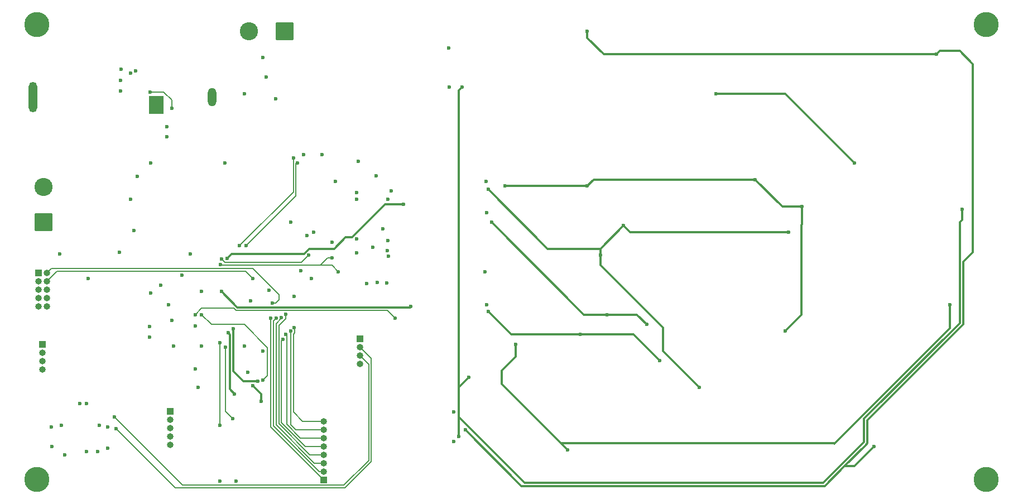
<source format=gbl>
G04 #@! TF.GenerationSoftware,KiCad,Pcbnew,8.0.2-8.0.2-0~ubuntu22.04.1*
G04 #@! TF.CreationDate,2024-05-15T13:26:14-04:00*
G04 #@! TF.ProjectId,holiday-widget,686f6c69-6461-4792-9d77-69646765742e,1.0*
G04 #@! TF.SameCoordinates,Original*
G04 #@! TF.FileFunction,Copper,L4,Bot*
G04 #@! TF.FilePolarity,Positive*
%FSLAX46Y46*%
G04 Gerber Fmt 4.6, Leading zero omitted, Abs format (unit mm)*
G04 Created by KiCad (PCBNEW 8.0.2-8.0.2-0~ubuntu22.04.1) date 2024-05-15 13:26:14*
%MOMM*%
%LPD*%
G01*
G04 APERTURE LIST*
G04 Aperture macros list*
%AMRoundRect*
0 Rectangle with rounded corners*
0 $1 Rounding radius*
0 $2 $3 $4 $5 $6 $7 $8 $9 X,Y pos of 4 corners*
0 Add a 4 corners polygon primitive as box body*
4,1,4,$2,$3,$4,$5,$6,$7,$8,$9,$2,$3,0*
0 Add four circle primitives for the rounded corners*
1,1,$1+$1,$2,$3*
1,1,$1+$1,$4,$5*
1,1,$1+$1,$6,$7*
1,1,$1+$1,$8,$9*
0 Add four rect primitives between the rounded corners*
20,1,$1+$1,$2,$3,$4,$5,0*
20,1,$1+$1,$4,$5,$6,$7,0*
20,1,$1+$1,$6,$7,$8,$9,0*
20,1,$1+$1,$8,$9,$2,$3,0*%
G04 Aperture macros list end*
G04 #@! TA.AperFunction,ComponentPad*
%ADD10C,0.600000*%
G04 #@! TD*
G04 #@! TA.AperFunction,SMDPad,CuDef*
%ADD11R,2.300000X2.800000*%
G04 #@! TD*
G04 #@! TA.AperFunction,ComponentPad*
%ADD12R,1.000000X1.000000*%
G04 #@! TD*
G04 #@! TA.AperFunction,ComponentPad*
%ADD13O,1.000000X1.000000*%
G04 #@! TD*
G04 #@! TA.AperFunction,ComponentPad*
%ADD14RoundRect,0.250000X1.125000X1.125000X-1.125000X1.125000X-1.125000X-1.125000X1.125000X-1.125000X0*%
G04 #@! TD*
G04 #@! TA.AperFunction,ComponentPad*
%ADD15C,2.750000*%
G04 #@! TD*
G04 #@! TA.AperFunction,ComponentPad*
%ADD16RoundRect,0.250000X1.125000X-1.125000X1.125000X1.125000X-1.125000X1.125000X-1.125000X-1.125000X0*%
G04 #@! TD*
G04 #@! TA.AperFunction,ComponentPad*
%ADD17C,2.600000*%
G04 #@! TD*
G04 #@! TA.AperFunction,ConnectorPad*
%ADD18C,3.800000*%
G04 #@! TD*
G04 #@! TA.AperFunction,ComponentPad*
%ADD19O,1.300000X4.600000*%
G04 #@! TD*
G04 #@! TA.AperFunction,ComponentPad*
%ADD20O,1.300000X2.800000*%
G04 #@! TD*
G04 #@! TA.AperFunction,ViaPad*
%ADD21C,0.600000*%
G04 #@! TD*
G04 #@! TA.AperFunction,Conductor*
%ADD22C,0.200000*%
G04 #@! TD*
G04 #@! TA.AperFunction,Conductor*
%ADD23C,0.300000*%
G04 #@! TD*
G04 APERTURE END LIST*
D10*
X134606196Y-85919048D03*
X134606196Y-87419048D03*
X135106196Y-86669048D03*
D11*
X135106196Y-86669048D03*
D10*
X135606196Y-85919048D03*
X135606196Y-87419048D03*
D12*
X160500000Y-143560000D03*
D13*
X160500000Y-142290000D03*
X160500000Y-141020000D03*
X160500000Y-139750000D03*
X160500000Y-138480000D03*
X160500000Y-137210000D03*
X160500000Y-135940000D03*
X160500000Y-134670000D03*
D14*
X154607267Y-75475364D03*
D15*
X149207267Y-75475364D03*
D16*
X118000000Y-104500000D03*
D15*
X118000000Y-99100000D03*
D12*
X117875360Y-123032355D03*
D13*
X117875360Y-124302355D03*
X117875360Y-125572355D03*
X117875360Y-126842355D03*
D12*
X137250000Y-133190000D03*
D13*
X137250000Y-134460000D03*
X137250000Y-135730000D03*
X137250000Y-137000000D03*
X137250000Y-138270000D03*
D17*
X261000000Y-143500000D03*
D18*
X261000000Y-143500000D03*
D17*
X261000000Y-74500000D03*
D18*
X261000000Y-74500000D03*
D17*
X117000000Y-74500000D03*
D18*
X117000000Y-74500000D03*
D17*
X117000000Y-143500000D03*
D18*
X117000000Y-143500000D03*
D12*
X166000000Y-122140000D03*
D13*
X166000000Y-123410000D03*
X166000000Y-124680000D03*
X166000000Y-125950000D03*
D12*
X117230000Y-112190000D03*
D13*
X118500000Y-112190000D03*
X117230000Y-113460000D03*
X118500000Y-113460000D03*
X117230000Y-114730000D03*
X118500000Y-114730000D03*
X117230000Y-116000000D03*
X118500000Y-116000000D03*
X117230000Y-117270000D03*
X118500000Y-117270000D03*
D19*
X116400000Y-85500000D03*
D20*
X143600000Y-85500000D03*
D21*
X127750000Y-138750000D03*
X170065383Y-113733543D03*
X162250000Y-98250000D03*
X131242619Y-81894512D03*
X168611138Y-113624201D03*
X157500000Y-94250000D03*
X179494869Y-78049540D03*
X132000000Y-81500000D03*
X149000000Y-127250000D03*
X124500000Y-132000000D03*
X151250000Y-79500000D03*
X145500000Y-95500000D03*
X165750000Y-95250000D03*
X156000000Y-115750000D03*
X131750000Y-105750000D03*
X170250000Y-101000000D03*
X153250000Y-85750000D03*
X160250000Y-94250000D03*
X161750000Y-107500000D03*
X170200735Y-108799265D03*
X141500000Y-129500000D03*
X135750000Y-114000000D03*
X121250000Y-139750000D03*
X123500000Y-132000000D03*
X165488947Y-109154990D03*
X147250000Y-143750000D03*
X134250000Y-95500000D03*
X170250000Y-107250000D03*
X119250000Y-138500000D03*
X142000000Y-115000000D03*
X134081833Y-121935666D03*
X185127705Y-98303717D03*
X158000000Y-106500000D03*
X185000000Y-112000000D03*
X180250000Y-137750000D03*
X144750000Y-143750000D03*
X179585987Y-84008664D03*
X134075651Y-120325651D03*
X136750000Y-91500000D03*
X141000000Y-120250000D03*
X142000000Y-123250000D03*
X136750000Y-90000000D03*
X140250000Y-109250000D03*
X149431390Y-116431390D03*
X148500000Y-85000000D03*
X124750000Y-113000000D03*
X180250000Y-133250000D03*
X167000000Y-113750000D03*
X165500000Y-100000000D03*
X185250000Y-103000000D03*
X148500000Y-123250000D03*
X185250000Y-117000000D03*
X134250000Y-115250000D03*
X155500000Y-104500000D03*
X170750000Y-99750000D03*
X126250000Y-139250000D03*
X127750000Y-135500000D03*
X165500000Y-101000000D03*
X158617303Y-113022822D03*
X120500000Y-109250000D03*
X131250000Y-101000000D03*
X151811057Y-82462022D03*
X139000000Y-112500000D03*
X119192904Y-135557096D03*
X137000000Y-116988726D03*
X129717052Y-82961650D03*
X137750000Y-123250000D03*
X151250000Y-124000000D03*
X168000000Y-108250000D03*
X124500000Y-139250000D03*
X137500000Y-119388726D03*
X129500000Y-109000000D03*
X129750000Y-81250000D03*
X129709606Y-84562535D03*
X170352160Y-109645419D03*
X126500000Y-135250000D03*
X141000000Y-126750000D03*
X152200735Y-114799265D03*
X168500000Y-97425000D03*
X169500000Y-105500000D03*
X132250000Y-97500000D03*
X159000000Y-106000000D03*
X157009980Y-111798194D03*
X165500000Y-107000000D03*
X120750000Y-135250000D03*
X137450000Y-87169048D03*
X134216650Y-84747706D03*
X129000000Y-135750000D03*
X161750000Y-109900000D03*
X144875017Y-110875017D03*
X162750000Y-112000000D03*
X154750000Y-121500000D03*
X154747804Y-118450000D03*
X155500000Y-121000000D03*
X153303107Y-118993304D03*
X154300000Y-122250000D03*
X154099644Y-118918922D03*
X152500000Y-119038726D03*
X156065687Y-120434313D03*
X182000000Y-136000000D03*
X200500000Y-75500000D03*
X253500000Y-79000000D03*
X244000000Y-138500000D03*
X255500000Y-117000000D03*
X189625000Y-123000000D03*
X197500000Y-139000000D03*
X181500000Y-84000000D03*
X182500000Y-128000000D03*
X257400000Y-102500000D03*
X181000000Y-137000000D03*
X206000000Y-105000000D03*
X231000000Y-106000000D03*
X185500000Y-99500000D03*
X202500000Y-109500000D03*
X217500000Y-129500000D03*
X220000000Y-85000000D03*
X199500000Y-121500000D03*
X241000000Y-95500000D03*
X211500000Y-125500000D03*
X185500000Y-118000000D03*
X200500000Y-99000000D03*
X226000000Y-98000000D03*
X230500000Y-121000000D03*
X188000000Y-99000000D03*
X233090901Y-102090901D03*
X186000000Y-104500000D03*
X209500000Y-120000000D03*
X203500000Y-118500000D03*
X152750000Y-116750000D03*
X149750000Y-113000000D03*
X150500000Y-128600000D03*
X146801472Y-120600000D03*
X146000000Y-121250000D03*
X147000000Y-130500000D03*
X149750000Y-129250000D03*
X151000000Y-131650000D03*
X172650000Y-101750000D03*
X145825603Y-109990467D03*
X145000000Y-115000000D03*
X173750000Y-117250000D03*
X158250000Y-109500000D03*
X145031885Y-110090545D03*
X128750000Y-134000000D03*
X145651472Y-123447055D03*
X146750000Y-134250000D03*
X144750000Y-122750000D03*
X144750000Y-135250000D03*
X156500000Y-95500000D03*
X148750000Y-108000000D03*
X147750000Y-108000000D03*
X155900000Y-94750000D03*
X151288482Y-128464717D03*
X142000000Y-118500000D03*
X171350000Y-119000000D03*
X141000000Y-118500000D03*
D22*
X137450000Y-87169048D02*
X137450000Y-85950000D01*
X136250000Y-84750000D02*
X134218944Y-84750000D01*
X137450000Y-85950000D02*
X136250000Y-84750000D01*
X134218944Y-84750000D02*
X134216650Y-84747706D01*
X166000000Y-123410000D02*
X167750000Y-125160000D01*
X160000000Y-111000000D02*
X161750000Y-111000000D01*
X161100000Y-109900000D02*
X160000000Y-111000000D01*
X167750000Y-140750000D02*
X163740000Y-144760000D01*
X163740000Y-144760000D02*
X138010000Y-144760000D01*
X167750000Y-125160000D02*
X167750000Y-140750000D01*
X138010000Y-144760000D02*
X129000000Y-135750000D01*
X160000000Y-111000000D02*
X145000000Y-111000000D01*
X161750000Y-109900000D02*
X161100000Y-109900000D01*
X145000000Y-111000000D02*
X144875017Y-110875017D01*
X161750000Y-111000000D02*
X162750000Y-112000000D01*
X156978430Y-137210000D02*
X160500000Y-137210000D01*
X154900000Y-121650000D02*
X154900000Y-135131570D01*
X154750000Y-121500000D02*
X154900000Y-121650000D01*
X154900000Y-135131570D02*
X156978430Y-137210000D01*
X153700000Y-135062942D02*
X158387058Y-139750000D01*
X154747804Y-118450000D02*
X154747804Y-119119291D01*
X154747804Y-119119291D02*
X153700000Y-120167095D01*
X153700000Y-120167095D02*
X153700000Y-135062942D01*
X158387058Y-139750000D02*
X160500000Y-139750000D01*
X155500000Y-121000000D02*
X155500000Y-135165884D01*
X155500000Y-135165884D02*
X156274116Y-135940000D01*
X156274116Y-135940000D02*
X160500000Y-135940000D01*
X153100000Y-119196411D02*
X153100000Y-119287255D01*
X152900000Y-135394314D02*
X159795686Y-142290000D01*
X152900000Y-119487255D02*
X152900000Y-135394314D01*
X153303107Y-118993304D02*
X153100000Y-119196411D01*
X153100000Y-119287255D02*
X152900000Y-119487255D01*
X159795686Y-142290000D02*
X160500000Y-142290000D01*
X154100000Y-134897256D02*
X157682744Y-138480000D01*
X154100000Y-122450000D02*
X154100000Y-134897256D01*
X157682744Y-138480000D02*
X160500000Y-138480000D01*
X154300000Y-122250000D02*
X154100000Y-122450000D01*
X159091372Y-141020000D02*
X160500000Y-141020000D01*
X153300000Y-135228628D02*
X159091372Y-141020000D01*
X153300000Y-119844940D02*
X153300000Y-135228628D01*
X154099644Y-119045296D02*
X153300000Y-119844940D01*
X154099644Y-118918922D02*
X154099644Y-119045296D01*
X152500000Y-119038726D02*
X152500000Y-135560000D01*
X152500000Y-135560000D02*
X160500000Y-143560000D01*
X155900000Y-121448529D02*
X155900000Y-133250000D01*
X156065687Y-120434313D02*
X156100000Y-120468626D01*
X155900000Y-133250000D02*
X157320000Y-134670000D01*
X156100000Y-120468626D02*
X156100000Y-121248529D01*
X156100000Y-121248529D02*
X155900000Y-121448529D01*
X157320000Y-134670000D02*
X160500000Y-134670000D01*
D23*
X241000000Y-141500000D02*
X244000000Y-138500000D01*
X239500000Y-141500000D02*
X241000000Y-141500000D01*
X239500000Y-141500000D02*
X242707106Y-138292894D01*
X253500000Y-79000000D02*
X203000000Y-79000000D01*
X236500000Y-144500000D02*
X239500000Y-141500000D01*
X190500000Y-144500000D02*
X236500000Y-144500000D01*
X242707106Y-138292894D02*
X242707107Y-138292894D01*
X242707107Y-138292894D02*
X243000000Y-138000001D01*
X259000000Y-109000000D02*
X259000000Y-80500000D01*
X203000000Y-79000000D02*
X200500000Y-76500000D01*
X243000000Y-134500000D02*
X257500000Y-120000000D01*
X182000000Y-136000000D02*
X190500000Y-144500000D01*
X200500000Y-76500000D02*
X200500000Y-75500000D01*
X257500000Y-110500000D02*
X259000000Y-109000000D01*
X259000000Y-80500000D02*
X257000000Y-78500000D01*
X254000000Y-78500000D02*
X253500000Y-79000000D01*
X257500000Y-120000000D02*
X257500000Y-110500000D01*
X243000000Y-138000001D02*
X243000000Y-134500000D01*
X257000000Y-78500000D02*
X254000000Y-78500000D01*
X187500000Y-127000000D02*
X187500000Y-129000000D01*
X196500000Y-138000000D02*
X237914213Y-138000000D01*
X189625000Y-124875000D02*
X187500000Y-127000000D01*
X237914213Y-138000000D02*
X238000000Y-138085787D01*
X255500000Y-120585787D02*
X255500000Y-117000000D01*
X187500000Y-129000000D02*
X197500000Y-139000000D01*
X189625000Y-123000000D02*
X189625000Y-124875000D01*
X238000000Y-138085787D02*
X255500000Y-120585787D01*
X181000000Y-134000000D02*
X181000000Y-128500000D01*
X257400000Y-104100000D02*
X257000000Y-104500000D01*
X181000000Y-137000000D02*
X181000000Y-128500000D01*
X181000000Y-128500000D02*
X181000000Y-84500000D01*
X242500000Y-134292893D02*
X242500000Y-137792894D01*
X191000000Y-144000000D02*
X181000000Y-134000000D01*
X181000000Y-84500000D02*
X181500000Y-84000000D01*
X257400000Y-102500000D02*
X257400000Y-104100000D01*
X236292894Y-144000000D02*
X191000000Y-144000000D01*
X181000000Y-137000000D02*
X181000000Y-129500000D01*
X257000000Y-119792893D02*
X242500000Y-134292893D01*
X242500000Y-137792894D02*
X236292894Y-144000000D01*
X181000000Y-129500000D02*
X182500000Y-128000000D01*
X257000000Y-104500000D02*
X257000000Y-119792893D01*
X212000000Y-124000000D02*
X212000000Y-120500000D01*
X202500000Y-111000000D02*
X202500000Y-109500000D01*
X206000000Y-105000000D02*
X207000000Y-106000000D01*
X217500000Y-129500000D02*
X212000000Y-124000000D01*
X202500000Y-109500000D02*
X202500000Y-108500000D01*
X212000000Y-120500000D02*
X202500000Y-111000000D01*
X207000000Y-106000000D02*
X231000000Y-106000000D01*
X194500000Y-108500000D02*
X202500000Y-108500000D01*
X185500000Y-99500000D02*
X194500000Y-108500000D01*
X202500000Y-108500000D02*
X206000000Y-105000000D01*
X207500000Y-121500000D02*
X199500000Y-121500000D01*
X230500000Y-85000000D02*
X220000000Y-85000000D01*
X211500000Y-125500000D02*
X207500000Y-121500000D01*
X185500000Y-118000000D02*
X189000000Y-121500000D01*
X189000000Y-121500000D02*
X199500000Y-121500000D01*
X241000000Y-95500000D02*
X230500000Y-85000000D01*
X233090901Y-102090901D02*
X230090901Y-102090901D01*
X233000000Y-104919239D02*
X233000000Y-118500000D01*
X233000000Y-118500000D02*
X230500000Y-121000000D01*
X233090901Y-104828338D02*
X233000000Y-104919239D01*
X233090901Y-102090901D02*
X233090901Y-104828338D01*
X230090901Y-102090901D02*
X226000000Y-98000000D01*
X226000000Y-98000000D02*
X201500000Y-98000000D01*
X201500000Y-98000000D02*
X200500000Y-99000000D01*
X188000000Y-99000000D02*
X200500000Y-99000000D01*
X209500000Y-120000000D02*
X208000000Y-118500000D01*
X186000000Y-104500000D02*
X200000000Y-118500000D01*
X200000000Y-118500000D02*
X203500000Y-118500000D01*
X208000000Y-118500000D02*
X203500000Y-118500000D01*
D22*
X149750000Y-111500000D02*
X153750000Y-115500000D01*
X153750000Y-116250000D02*
X153250000Y-116750000D01*
X118500000Y-112190000D02*
X119190000Y-111500000D01*
X153750000Y-115500000D02*
X153750000Y-116250000D01*
X153250000Y-116750000D02*
X152750000Y-116750000D01*
X119190000Y-111500000D02*
X149750000Y-111500000D01*
X120060000Y-111900000D02*
X148650000Y-111900000D01*
X118500000Y-113460000D02*
X120060000Y-111900000D01*
X148650000Y-111900000D02*
X149750000Y-113000000D01*
D23*
X148350000Y-128600000D02*
X150500000Y-128600000D01*
X146801472Y-120600000D02*
X146801472Y-127051472D01*
X146801472Y-127051472D02*
X148350000Y-128600000D01*
X146301472Y-121551472D02*
X146301472Y-129801472D01*
X146301472Y-129801472D02*
X147000000Y-130500000D01*
X146000000Y-121250000D02*
X146301472Y-121551472D01*
X151000000Y-131650000D02*
X151000000Y-130500000D01*
X151000000Y-130500000D02*
X149750000Y-129250000D01*
X145825603Y-109990467D02*
X146566070Y-109250000D01*
X158330761Y-108500000D02*
X162084619Y-108500000D01*
X162084619Y-108500000D02*
X163853858Y-106730761D01*
X169830761Y-101750000D02*
X172650000Y-101750000D01*
X157580761Y-109250000D02*
X158330761Y-108500000D01*
X164850000Y-106730761D02*
X169830761Y-101750000D01*
X163853858Y-106730761D02*
X164850000Y-106730761D01*
X146566070Y-109250000D02*
X157580761Y-109250000D01*
X173750000Y-117250000D02*
X173600000Y-117400000D01*
X147400000Y-117400000D02*
X145000000Y-115000000D01*
X173600000Y-117400000D02*
X147400000Y-117400000D01*
D22*
X167350000Y-126030000D02*
X166000000Y-124680000D01*
X139110000Y-144360000D02*
X163574314Y-144360000D01*
X145541340Y-110600000D02*
X157150000Y-110600000D01*
X157150000Y-110600000D02*
X158250000Y-109500000D01*
X163574314Y-144360000D02*
X167350000Y-140584314D01*
X145031885Y-110090545D02*
X145541340Y-110600000D01*
X167350000Y-140584314D02*
X167350000Y-126030000D01*
X128750000Y-134000000D02*
X139110000Y-144360000D01*
X145651472Y-133151472D02*
X146750000Y-134250000D01*
X145651472Y-123447055D02*
X145651472Y-133151472D01*
X144750000Y-122750000D02*
X144750000Y-135250000D01*
X156300000Y-95500000D02*
X156500000Y-95500000D01*
X156300000Y-100450000D02*
X156300000Y-95500000D01*
X148750000Y-108000000D02*
X156300000Y-100450000D01*
X155900000Y-94750000D02*
X155900000Y-99850000D01*
X155900000Y-99850000D02*
X147750000Y-108000000D01*
X148500000Y-120000000D02*
X152000000Y-123500000D01*
X142000000Y-118500000D02*
X143500000Y-120000000D01*
X143500000Y-120000000D02*
X148500000Y-120000000D01*
X152000000Y-127753199D02*
X151288482Y-128464717D01*
X152000000Y-123500000D02*
X152000000Y-127753199D01*
X146863604Y-117500000D02*
X147213604Y-117850000D01*
X141000000Y-118500000D02*
X142000000Y-117500000D01*
X142000000Y-117500000D02*
X146863604Y-117500000D01*
X170200000Y-117850000D02*
X171350000Y-119000000D01*
X147213604Y-117850000D02*
X170200000Y-117850000D01*
M02*

</source>
